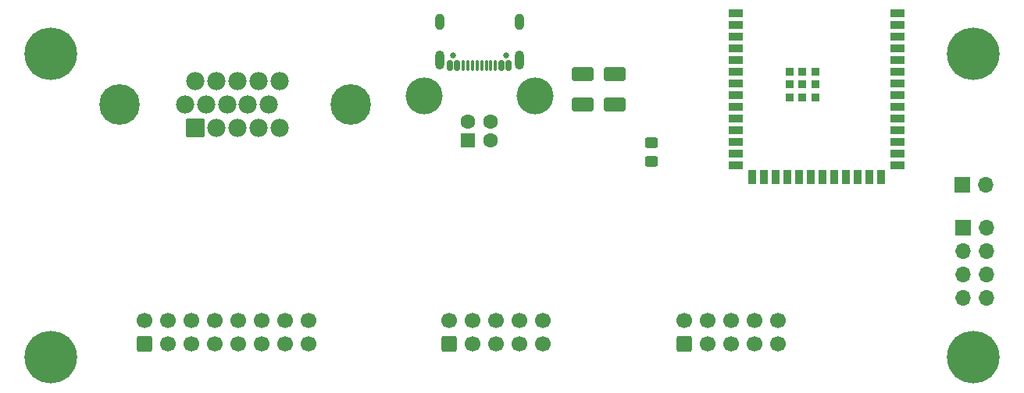
<source format=gbr>
%TF.GenerationSoftware,KiCad,Pcbnew,8.0.7*%
%TF.CreationDate,2024-12-15T13:39:28+01:00*%
%TF.ProjectId,pc1715-esp32vga,70633137-3135-42d6-9573-703332766761,2*%
%TF.SameCoordinates,Original*%
%TF.FileFunction,Soldermask,Top*%
%TF.FilePolarity,Negative*%
%FSLAX46Y46*%
G04 Gerber Fmt 4.6, Leading zero omitted, Abs format (unit mm)*
G04 Created by KiCad (PCBNEW 8.0.7) date 2024-12-15 13:39:28*
%MOMM*%
%LPD*%
G01*
G04 APERTURE LIST*
G04 Aperture macros list*
%AMRoundRect*
0 Rectangle with rounded corners*
0 $1 Rounding radius*
0 $2 $3 $4 $5 $6 $7 $8 $9 X,Y pos of 4 corners*
0 Add a 4 corners polygon primitive as box body*
4,1,4,$2,$3,$4,$5,$6,$7,$8,$9,$2,$3,0*
0 Add four circle primitives for the rounded corners*
1,1,$1+$1,$2,$3*
1,1,$1+$1,$4,$5*
1,1,$1+$1,$6,$7*
1,1,$1+$1,$8,$9*
0 Add four rect primitives between the rounded corners*
20,1,$1+$1,$2,$3,$4,$5,0*
20,1,$1+$1,$4,$5,$6,$7,0*
20,1,$1+$1,$6,$7,$8,$9,0*
20,1,$1+$1,$8,$9,$2,$3,0*%
G04 Aperture macros list end*
%ADD10C,0.650000*%
%ADD11RoundRect,0.150000X0.150000X0.425000X-0.150000X0.425000X-0.150000X-0.425000X0.150000X-0.425000X0*%
%ADD12RoundRect,0.075000X0.075000X0.500000X-0.075000X0.500000X-0.075000X-0.500000X0.075000X-0.500000X0*%
%ADD13O,1.000000X2.100000*%
%ADD14O,1.000000X1.800000*%
%ADD15RoundRect,0.250001X0.924999X-0.499999X0.924999X0.499999X-0.924999X0.499999X-0.924999X-0.499999X0*%
%ADD16RoundRect,0.250000X0.450000X-0.325000X0.450000X0.325000X-0.450000X0.325000X-0.450000X-0.325000X0*%
%ADD17C,5.700000*%
%ADD18RoundRect,0.250000X0.600000X-0.600000X0.600000X0.600000X-0.600000X0.600000X-0.600000X-0.600000X0*%
%ADD19C,1.700000*%
%ADD20R,1.600000X1.600000*%
%ADD21C,1.600000*%
%ADD22C,4.000000*%
%ADD23R,1.700000X1.700000*%
%ADD24O,1.700000X1.700000*%
%ADD25R,1.500000X0.900000*%
%ADD26R,0.900000X1.500000*%
%ADD27R,0.900000X0.900000*%
%ADD28RoundRect,0.102000X0.892500X0.892500X-0.892500X0.892500X-0.892500X-0.892500X0.892500X-0.892500X0*%
%ADD29C,1.989000*%
%ADD30C,4.400000*%
G04 APERTURE END LIST*
D10*
%TO.C,J6*%
X115356000Y-106242000D03*
X109576000Y-106242000D03*
D11*
X115666000Y-107317000D03*
X114866000Y-107317000D03*
D12*
X113716000Y-107317000D03*
X112716000Y-107317000D03*
X112216000Y-107317000D03*
X111216000Y-107317000D03*
D11*
X110066000Y-107317000D03*
X109266000Y-107317000D03*
X109266000Y-107317000D03*
X110066000Y-107317000D03*
D12*
X110716000Y-107317000D03*
X111716000Y-107317000D03*
X113216000Y-107317000D03*
X114216000Y-107317000D03*
D11*
X114866000Y-107317000D03*
X115666000Y-107317000D03*
D13*
X116786000Y-106742000D03*
D14*
X116786000Y-102562000D03*
D13*
X108146000Y-106742000D03*
D14*
X108146000Y-102562000D03*
%TD*%
D15*
%TO.C,C2*%
X123665000Y-111528000D03*
X123665000Y-108278000D03*
%TD*%
D16*
%TO.C,D2*%
X131100000Y-117750000D03*
X131100000Y-115700000D03*
%TD*%
D17*
%TO.C,H1003*%
X166000000Y-106000000D03*
%TD*%
D18*
%TO.C,J1*%
X109200000Y-137500000D03*
D19*
X109200000Y-134960000D03*
X111740000Y-137500000D03*
X111740000Y-134960000D03*
X114280000Y-137500000D03*
X114280000Y-134960000D03*
X116820000Y-137500000D03*
X116820000Y-134960000D03*
X119360000Y-137500000D03*
X119360000Y-134960000D03*
%TD*%
D17*
%TO.C,H1001*%
X66000000Y-106000000D03*
%TD*%
D20*
%TO.C,J3*%
X111214000Y-115445500D03*
D21*
X113714000Y-115445500D03*
X113714000Y-113445500D03*
X111214000Y-113445500D03*
D22*
X106464000Y-110585500D03*
X118464000Y-110585500D03*
%TD*%
D17*
%TO.C,H1002*%
X66000000Y-139000000D03*
%TD*%
D23*
%TO.C,J7*%
X164925000Y-124900000D03*
D24*
X167465000Y-124900000D03*
X164925000Y-127440000D03*
X167465000Y-127440000D03*
X164925000Y-129980000D03*
X167465000Y-129980000D03*
X164925000Y-132520000D03*
X167465000Y-132520000D03*
%TD*%
D25*
%TO.C,U2*%
X140250000Y-101624000D03*
X140250000Y-102894000D03*
X140250000Y-104164000D03*
X140250000Y-105434000D03*
X140250000Y-106704000D03*
X140250000Y-107974000D03*
X140250000Y-109244000D03*
X140250000Y-110514000D03*
X140250000Y-111784000D03*
X140250000Y-113054000D03*
X140250000Y-114324000D03*
X140250000Y-115594000D03*
X140250000Y-116864000D03*
X140250000Y-118134000D03*
D26*
X142015000Y-119384000D03*
X143285000Y-119384000D03*
X144555000Y-119384000D03*
X145825000Y-119384000D03*
X147095000Y-119384000D03*
X148365000Y-119384000D03*
X149635000Y-119384000D03*
X150905000Y-119384000D03*
X152175000Y-119384000D03*
X153445000Y-119384000D03*
X154715000Y-119384000D03*
X155985000Y-119384000D03*
D25*
X157750000Y-118134000D03*
X157750000Y-116864000D03*
X157750000Y-115594000D03*
X157750000Y-114324000D03*
X157750000Y-113054000D03*
X157750000Y-111784000D03*
X157750000Y-110514000D03*
X157750000Y-109244000D03*
X157750000Y-107974000D03*
X157750000Y-106704000D03*
X157750000Y-105434000D03*
X157750000Y-104164000D03*
X157750000Y-102894000D03*
X157750000Y-101624000D03*
D27*
X146100000Y-107944000D03*
X146100000Y-109344000D03*
X146100000Y-110744000D03*
X146100000Y-110744000D03*
X147500000Y-107944000D03*
X147500000Y-107944000D03*
X147500000Y-109344000D03*
X147500000Y-110744000D03*
X148900000Y-107944000D03*
X148900000Y-109344000D03*
X148900000Y-110744000D03*
%TD*%
D18*
%TO.C,J4*%
X134700000Y-137500000D03*
D19*
X134700000Y-134960000D03*
X137240000Y-137500000D03*
X137240000Y-134960000D03*
X139780000Y-137500000D03*
X139780000Y-134960000D03*
X142320000Y-137500000D03*
X142320000Y-134960000D03*
X144860000Y-137500000D03*
X144860000Y-134960000D03*
%TD*%
D17*
%TO.C,H1004*%
X166000000Y-139000000D03*
%TD*%
D18*
%TO.C,J5*%
X76140000Y-137500000D03*
D19*
X76140000Y-134960000D03*
X78680000Y-137500000D03*
X78680000Y-134960000D03*
X81220000Y-137500000D03*
X81220000Y-134960000D03*
X83760000Y-137500000D03*
X83760000Y-134960000D03*
X86300000Y-137500000D03*
X86300000Y-134960000D03*
X88840000Y-137500000D03*
X88840000Y-134960000D03*
X91380000Y-137500000D03*
X91380000Y-134960000D03*
X93920000Y-137500000D03*
X93920000Y-134960000D03*
%TD*%
D28*
%TO.C,J2*%
X81685000Y-114040000D03*
D29*
X83965000Y-114040000D03*
X86245000Y-114040000D03*
X88525000Y-114040000D03*
X90805000Y-114040000D03*
X80545000Y-111500000D03*
X82825000Y-111500000D03*
X85105000Y-111500000D03*
X87385000Y-111500000D03*
X89665000Y-111500000D03*
X81685000Y-108960000D03*
X83965000Y-108960000D03*
X86245000Y-108960000D03*
X88525000Y-108960000D03*
X90805000Y-108960000D03*
D30*
X98500000Y-111500000D03*
X73500000Y-111500000D03*
%TD*%
D15*
%TO.C,C1*%
X127171000Y-111528000D03*
X127171000Y-108278000D03*
%TD*%
D23*
%TO.C,JP1*%
X164825000Y-120300000D03*
D24*
X167365000Y-120300000D03*
%TD*%
M02*

</source>
